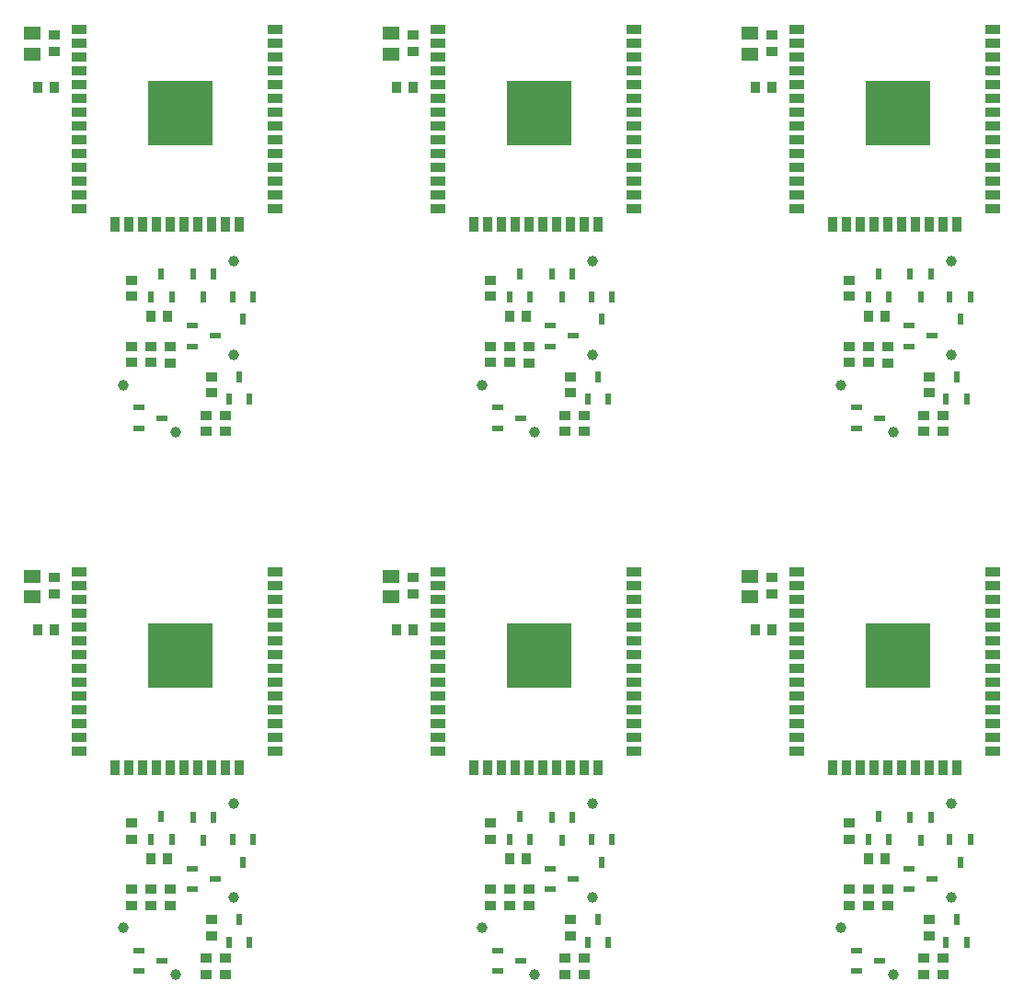
<source format=gtp>
G04 #@! TF.GenerationSoftware,KiCad,Pcbnew,no-vcs-found-91ed3e2~59~ubuntu16.04.1*
G04 #@! TF.CreationDate,2017-08-21T18:57:55+02:00*
G04 #@! TF.ProjectId,ESP32-bat-monitor-latch-pan,45535033322D6261742D6D6F6E69746F,rev?*
G04 #@! TF.SameCoordinates,Original*
G04 #@! TF.FileFunction,Paste,Top*
G04 #@! TF.FilePolarity,Positive*
%FSLAX46Y46*%
G04 Gerber Fmt 4.6, Leading zero omitted, Abs format (unit mm)*
G04 Created by KiCad (PCBNEW no-vcs-found-91ed3e2~59~ubuntu16.04.1) date Mon Aug 21 18:57:55 2017*
%MOMM*%
%LPD*%
G01*
G04 APERTURE LIST*
%ADD10R,1.350000X0.900000*%
%ADD11R,0.900000X1.350000*%
%ADD12R,6.000000X6.000000*%
%ADD13R,0.899160X1.000760*%
%ADD14R,1.000760X0.899160*%
%ADD15R,1.498600X1.300480*%
%ADD16R,0.599440X1.000760*%
%ADD17C,1.000760*%
%ADD18R,1.000760X0.599440*%
G04 APERTURE END LIST*
D10*
X78122000Y-91090000D03*
X78122000Y-92360000D03*
X78122000Y-93630000D03*
X78122000Y-94900000D03*
X78122000Y-96170000D03*
X78122000Y-97440000D03*
X78122000Y-98710000D03*
X78122000Y-99980000D03*
X78122000Y-101250000D03*
X78122000Y-102520000D03*
X78122000Y-103790000D03*
X78122000Y-105060000D03*
X78122000Y-106330000D03*
X78122000Y-107600000D03*
D11*
X74822000Y-109100000D03*
X73552000Y-109100000D03*
X72282000Y-109100000D03*
X71012000Y-109100000D03*
X69742000Y-109100000D03*
X68472000Y-109100000D03*
X67202000Y-109100000D03*
X65932000Y-109100000D03*
X64662000Y-109100000D03*
X63392000Y-109100000D03*
D10*
X60092000Y-107600000D03*
X60092000Y-106330000D03*
X60092000Y-105060000D03*
X60092000Y-103790000D03*
X60092000Y-102520000D03*
X60092000Y-101250000D03*
X60092000Y-99980000D03*
X60092000Y-98710000D03*
X60092000Y-97440000D03*
X60092000Y-96170000D03*
X60092000Y-94900000D03*
X60092000Y-93630000D03*
X60092000Y-92360000D03*
X60092000Y-91090000D03*
D12*
X69392000Y-98800000D03*
D10*
X78122000Y-141090000D03*
X78122000Y-142360000D03*
X78122000Y-143630000D03*
X78122000Y-144900000D03*
X78122000Y-146170000D03*
X78122000Y-147440000D03*
X78122000Y-148710000D03*
X78122000Y-149980000D03*
X78122000Y-151250000D03*
X78122000Y-152520000D03*
X78122000Y-153790000D03*
X78122000Y-155060000D03*
X78122000Y-156330000D03*
X78122000Y-157600000D03*
D11*
X74822000Y-159100000D03*
X73552000Y-159100000D03*
X72282000Y-159100000D03*
X71012000Y-159100000D03*
X69742000Y-159100000D03*
X68472000Y-159100000D03*
X67202000Y-159100000D03*
X65932000Y-159100000D03*
X64662000Y-159100000D03*
X63392000Y-159100000D03*
D10*
X60092000Y-157600000D03*
X60092000Y-156330000D03*
X60092000Y-155060000D03*
X60092000Y-153790000D03*
X60092000Y-152520000D03*
X60092000Y-151250000D03*
X60092000Y-149980000D03*
X60092000Y-148710000D03*
X60092000Y-147440000D03*
X60092000Y-146170000D03*
X60092000Y-144900000D03*
X60092000Y-143630000D03*
X60092000Y-142360000D03*
X60092000Y-141090000D03*
D12*
X69392000Y-148800000D03*
D13*
X57781680Y-146424000D03*
X56278000Y-146424000D03*
D14*
X57802000Y-143122000D03*
X57802000Y-141618320D03*
D15*
X55770000Y-143376000D03*
X55770000Y-141471000D03*
D16*
X74185000Y-165728000D03*
X75137500Y-167841280D03*
X76090000Y-165728000D03*
D17*
X74296000Y-171062000D03*
X74296000Y-162426000D03*
X68962000Y-178174000D03*
X64152000Y-173856000D03*
D14*
X64898000Y-165717840D03*
X64898000Y-164214160D03*
D16*
X68581000Y-165728000D03*
X67628500Y-163614720D03*
X66676000Y-165728000D03*
D13*
X66686160Y-167506000D03*
X68189840Y-167506000D03*
D14*
X71756000Y-176660160D03*
X71756000Y-178163840D03*
X72264000Y-174607840D03*
X72264000Y-173104160D03*
X68454000Y-170320320D03*
X68454000Y-171824000D03*
X66676000Y-171813840D03*
X66676000Y-170310160D03*
D16*
X72454500Y-163655360D03*
X71502000Y-165768640D03*
X70549500Y-163655360D03*
X73851500Y-175207280D03*
X74804000Y-173094000D03*
X75756500Y-175207280D03*
D18*
X70445360Y-170300000D03*
X72558640Y-169347500D03*
X70445360Y-168395000D03*
X65578720Y-177856500D03*
X67692000Y-176904000D03*
X65578720Y-175951500D03*
D14*
X73534000Y-176660160D03*
X73534000Y-178163840D03*
X64898000Y-171813840D03*
X64898000Y-170310160D03*
D10*
X111122000Y-91090000D03*
X111122000Y-92360000D03*
X111122000Y-93630000D03*
X111122000Y-94900000D03*
X111122000Y-96170000D03*
X111122000Y-97440000D03*
X111122000Y-98710000D03*
X111122000Y-99980000D03*
X111122000Y-101250000D03*
X111122000Y-102520000D03*
X111122000Y-103790000D03*
X111122000Y-105060000D03*
X111122000Y-106330000D03*
X111122000Y-107600000D03*
D11*
X107822000Y-109100000D03*
X106552000Y-109100000D03*
X105282000Y-109100000D03*
X104012000Y-109100000D03*
X102742000Y-109100000D03*
X101472000Y-109100000D03*
X100202000Y-109100000D03*
X98932000Y-109100000D03*
X97662000Y-109100000D03*
X96392000Y-109100000D03*
D10*
X93092000Y-107600000D03*
X93092000Y-106330000D03*
X93092000Y-105060000D03*
X93092000Y-103790000D03*
X93092000Y-102520000D03*
X93092000Y-101250000D03*
X93092000Y-99980000D03*
X93092000Y-98710000D03*
X93092000Y-97440000D03*
X93092000Y-96170000D03*
X93092000Y-94900000D03*
X93092000Y-93630000D03*
X93092000Y-92360000D03*
X93092000Y-91090000D03*
D12*
X102392000Y-98800000D03*
D13*
X90781680Y-96424000D03*
X89278000Y-96424000D03*
D14*
X90802000Y-93122000D03*
X90802000Y-91618320D03*
D15*
X88770000Y-93376000D03*
X88770000Y-91471000D03*
D16*
X107185000Y-115728000D03*
X108137500Y-117841280D03*
X109090000Y-115728000D03*
D17*
X107296000Y-121062000D03*
X107296000Y-112426000D03*
X101962000Y-128174000D03*
X97152000Y-123856000D03*
D14*
X97898000Y-115717840D03*
X97898000Y-114214160D03*
D16*
X101581000Y-115728000D03*
X100628500Y-113614720D03*
X99676000Y-115728000D03*
D13*
X99686160Y-117506000D03*
X101189840Y-117506000D03*
D14*
X104756000Y-126660160D03*
X104756000Y-128163840D03*
X105264000Y-124607840D03*
X105264000Y-123104160D03*
X101454000Y-120320320D03*
X101454000Y-121824000D03*
X99676000Y-121813840D03*
X99676000Y-120310160D03*
D16*
X105454500Y-113655360D03*
X104502000Y-115768640D03*
X103549500Y-113655360D03*
X106851500Y-125207280D03*
X107804000Y-123094000D03*
X108756500Y-125207280D03*
D18*
X103445360Y-120300000D03*
X105558640Y-119347500D03*
X103445360Y-118395000D03*
X98578720Y-127856500D03*
X100692000Y-126904000D03*
X98578720Y-125951500D03*
D14*
X106534000Y-126660160D03*
X106534000Y-128163840D03*
X97898000Y-121813840D03*
X97898000Y-120310160D03*
D13*
X57781680Y-96424000D03*
X56278000Y-96424000D03*
D14*
X57802000Y-93122000D03*
X57802000Y-91618320D03*
D15*
X55770000Y-93376000D03*
X55770000Y-91471000D03*
D16*
X74185000Y-115728000D03*
X75137500Y-117841280D03*
X76090000Y-115728000D03*
D17*
X74296000Y-121062000D03*
X74296000Y-112426000D03*
X68962000Y-128174000D03*
X64152000Y-123856000D03*
D14*
X64898000Y-115717840D03*
X64898000Y-114214160D03*
D16*
X68581000Y-115728000D03*
X67628500Y-113614720D03*
X66676000Y-115728000D03*
D13*
X66686160Y-117506000D03*
X68189840Y-117506000D03*
D14*
X71756000Y-126660160D03*
X71756000Y-128163840D03*
X72264000Y-124607840D03*
X72264000Y-123104160D03*
X68454000Y-120320320D03*
X68454000Y-121824000D03*
X66676000Y-121813840D03*
X66676000Y-120310160D03*
D16*
X72454500Y-113655360D03*
X71502000Y-115768640D03*
X70549500Y-113655360D03*
X73851500Y-125207280D03*
X74804000Y-123094000D03*
X75756500Y-125207280D03*
D18*
X70445360Y-120300000D03*
X72558640Y-119347500D03*
X70445360Y-118395000D03*
X65578720Y-127856500D03*
X67692000Y-126904000D03*
X65578720Y-125951500D03*
D14*
X73534000Y-126660160D03*
X73534000Y-128163840D03*
X64898000Y-121813840D03*
X64898000Y-120310160D03*
D10*
X45122000Y-91090000D03*
X45122000Y-92360000D03*
X45122000Y-93630000D03*
X45122000Y-94900000D03*
X45122000Y-96170000D03*
X45122000Y-97440000D03*
X45122000Y-98710000D03*
X45122000Y-99980000D03*
X45122000Y-101250000D03*
X45122000Y-102520000D03*
X45122000Y-103790000D03*
X45122000Y-105060000D03*
X45122000Y-106330000D03*
X45122000Y-107600000D03*
D11*
X41822000Y-109100000D03*
X40552000Y-109100000D03*
X39282000Y-109100000D03*
X38012000Y-109100000D03*
X36742000Y-109100000D03*
X35472000Y-109100000D03*
X34202000Y-109100000D03*
X32932000Y-109100000D03*
X31662000Y-109100000D03*
X30392000Y-109100000D03*
D10*
X27092000Y-107600000D03*
X27092000Y-106330000D03*
X27092000Y-105060000D03*
X27092000Y-103790000D03*
X27092000Y-102520000D03*
X27092000Y-101250000D03*
X27092000Y-99980000D03*
X27092000Y-98710000D03*
X27092000Y-97440000D03*
X27092000Y-96170000D03*
X27092000Y-94900000D03*
X27092000Y-93630000D03*
X27092000Y-92360000D03*
X27092000Y-91090000D03*
D12*
X36392000Y-98800000D03*
D13*
X24781680Y-96424000D03*
X23278000Y-96424000D03*
D14*
X24802000Y-93122000D03*
X24802000Y-91618320D03*
D15*
X22770000Y-93376000D03*
X22770000Y-91471000D03*
D16*
X41185000Y-115728000D03*
X42137500Y-117841280D03*
X43090000Y-115728000D03*
D17*
X41296000Y-121062000D03*
X41296000Y-112426000D03*
X35962000Y-128174000D03*
X31152000Y-123856000D03*
D14*
X31898000Y-115717840D03*
X31898000Y-114214160D03*
D16*
X35581000Y-115728000D03*
X34628500Y-113614720D03*
X33676000Y-115728000D03*
D13*
X33686160Y-117506000D03*
X35189840Y-117506000D03*
D14*
X38756000Y-126660160D03*
X38756000Y-128163840D03*
X39264000Y-124607840D03*
X39264000Y-123104160D03*
X35454000Y-120320320D03*
X35454000Y-121824000D03*
X33676000Y-121813840D03*
X33676000Y-120310160D03*
D16*
X39454500Y-113655360D03*
X38502000Y-115768640D03*
X37549500Y-113655360D03*
X40851500Y-125207280D03*
X41804000Y-123094000D03*
X42756500Y-125207280D03*
D18*
X37445360Y-120300000D03*
X39558640Y-119347500D03*
X37445360Y-118395000D03*
X32578720Y-127856500D03*
X34692000Y-126904000D03*
X32578720Y-125951500D03*
D14*
X40534000Y-126660160D03*
X40534000Y-128163840D03*
X31898000Y-121813840D03*
X31898000Y-120310160D03*
D10*
X45122000Y-141090000D03*
X45122000Y-142360000D03*
X45122000Y-143630000D03*
X45122000Y-144900000D03*
X45122000Y-146170000D03*
X45122000Y-147440000D03*
X45122000Y-148710000D03*
X45122000Y-149980000D03*
X45122000Y-151250000D03*
X45122000Y-152520000D03*
X45122000Y-153790000D03*
X45122000Y-155060000D03*
X45122000Y-156330000D03*
X45122000Y-157600000D03*
D11*
X41822000Y-159100000D03*
X40552000Y-159100000D03*
X39282000Y-159100000D03*
X38012000Y-159100000D03*
X36742000Y-159100000D03*
X35472000Y-159100000D03*
X34202000Y-159100000D03*
X32932000Y-159100000D03*
X31662000Y-159100000D03*
X30392000Y-159100000D03*
D10*
X27092000Y-157600000D03*
X27092000Y-156330000D03*
X27092000Y-155060000D03*
X27092000Y-153790000D03*
X27092000Y-152520000D03*
X27092000Y-151250000D03*
X27092000Y-149980000D03*
X27092000Y-148710000D03*
X27092000Y-147440000D03*
X27092000Y-146170000D03*
X27092000Y-144900000D03*
X27092000Y-143630000D03*
X27092000Y-142360000D03*
X27092000Y-141090000D03*
D12*
X36392000Y-148800000D03*
D13*
X24781680Y-146424000D03*
X23278000Y-146424000D03*
D14*
X24802000Y-143122000D03*
X24802000Y-141618320D03*
D15*
X22770000Y-143376000D03*
X22770000Y-141471000D03*
D16*
X41185000Y-165728000D03*
X42137500Y-167841280D03*
X43090000Y-165728000D03*
D17*
X41296000Y-171062000D03*
X41296000Y-162426000D03*
X35962000Y-178174000D03*
X31152000Y-173856000D03*
D14*
X31898000Y-165717840D03*
X31898000Y-164214160D03*
D16*
X35581000Y-165728000D03*
X34628500Y-163614720D03*
X33676000Y-165728000D03*
D13*
X33686160Y-167506000D03*
X35189840Y-167506000D03*
D14*
X38756000Y-176660160D03*
X38756000Y-178163840D03*
X39264000Y-174607840D03*
X39264000Y-173104160D03*
X35454000Y-170320320D03*
X35454000Y-171824000D03*
X33676000Y-171813840D03*
X33676000Y-170310160D03*
D16*
X39454500Y-163655360D03*
X38502000Y-165768640D03*
X37549500Y-163655360D03*
X40851500Y-175207280D03*
X41804000Y-173094000D03*
X42756500Y-175207280D03*
D18*
X37445360Y-170300000D03*
X39558640Y-169347500D03*
X37445360Y-168395000D03*
X32578720Y-177856500D03*
X34692000Y-176904000D03*
X32578720Y-175951500D03*
D14*
X40534000Y-176660160D03*
X40534000Y-178163840D03*
X31898000Y-171813840D03*
X31898000Y-170310160D03*
X97898000Y-170310160D03*
X97898000Y-171813840D03*
X106534000Y-178163840D03*
X106534000Y-176660160D03*
D18*
X98578720Y-175951500D03*
X100692000Y-176904000D03*
X98578720Y-177856500D03*
X103445360Y-168395000D03*
X105558640Y-169347500D03*
X103445360Y-170300000D03*
D16*
X108756500Y-175207280D03*
X107804000Y-173094000D03*
X106851500Y-175207280D03*
X103549500Y-163655360D03*
X104502000Y-165768640D03*
X105454500Y-163655360D03*
D14*
X99676000Y-170310160D03*
X99676000Y-171813840D03*
X101454000Y-171824000D03*
X101454000Y-170320320D03*
X105264000Y-173104160D03*
X105264000Y-174607840D03*
X104756000Y-178163840D03*
X104756000Y-176660160D03*
D13*
X101189840Y-167506000D03*
X99686160Y-167506000D03*
D16*
X99676000Y-165728000D03*
X100628500Y-163614720D03*
X101581000Y-165728000D03*
D14*
X97898000Y-164214160D03*
X97898000Y-165717840D03*
D17*
X97152000Y-173856000D03*
X101962000Y-178174000D03*
X107296000Y-162426000D03*
X107296000Y-171062000D03*
D16*
X109090000Y-165728000D03*
X108137500Y-167841280D03*
X107185000Y-165728000D03*
D15*
X88770000Y-141471000D03*
X88770000Y-143376000D03*
D14*
X90802000Y-141618320D03*
X90802000Y-143122000D03*
D13*
X89278000Y-146424000D03*
X90781680Y-146424000D03*
D12*
X102392000Y-148800000D03*
D10*
X93092000Y-141090000D03*
X93092000Y-142360000D03*
X93092000Y-143630000D03*
X93092000Y-144900000D03*
X93092000Y-146170000D03*
X93092000Y-147440000D03*
X93092000Y-148710000D03*
X93092000Y-149980000D03*
X93092000Y-151250000D03*
X93092000Y-152520000D03*
X93092000Y-153790000D03*
X93092000Y-155060000D03*
X93092000Y-156330000D03*
X93092000Y-157600000D03*
D11*
X96392000Y-159100000D03*
X97662000Y-159100000D03*
X98932000Y-159100000D03*
X100202000Y-159100000D03*
X101472000Y-159100000D03*
X102742000Y-159100000D03*
X104012000Y-159100000D03*
X105282000Y-159100000D03*
X106552000Y-159100000D03*
X107822000Y-159100000D03*
D10*
X111122000Y-157600000D03*
X111122000Y-156330000D03*
X111122000Y-155060000D03*
X111122000Y-153790000D03*
X111122000Y-152520000D03*
X111122000Y-151250000D03*
X111122000Y-149980000D03*
X111122000Y-148710000D03*
X111122000Y-147440000D03*
X111122000Y-146170000D03*
X111122000Y-144900000D03*
X111122000Y-143630000D03*
X111122000Y-142360000D03*
X111122000Y-141090000D03*
M02*

</source>
